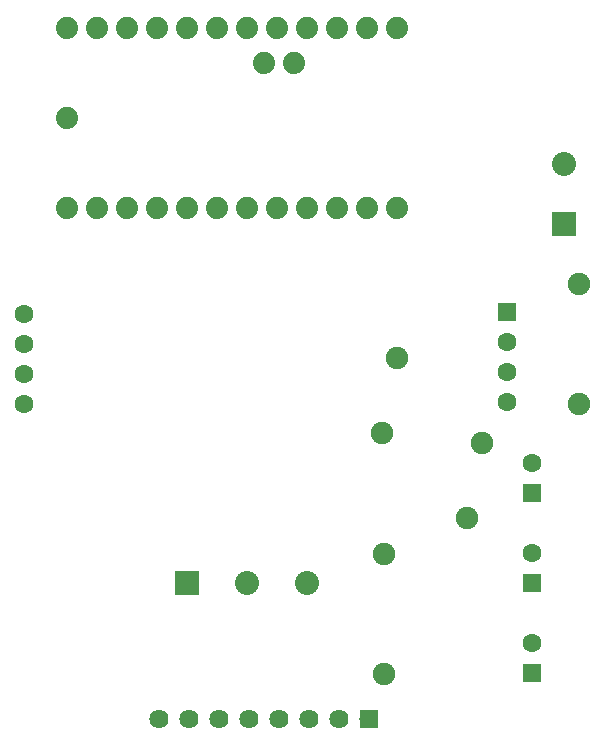
<source format=gbl>
G04 MADE WITH FRITZING*
G04 WWW.FRITZING.ORG*
G04 DOUBLE SIDED*
G04 HOLES PLATED*
G04 CONTOUR ON CENTER OF CONTOUR VECTOR*
%ASAXBY*%
%FSLAX23Y23*%
%MOIN*%
%OFA0B0*%
%SFA1.0B1.0*%
%ADD10C,0.074000*%
%ADD11C,0.062992*%
%ADD12C,0.080000*%
%ADD13C,0.064000*%
%ADD14C,0.075000*%
%ADD15R,0.062992X0.062992*%
%ADD16R,0.080000X0.080000*%
%ADD17R,0.064000X0.064000*%
%LNCOPPER0*%
G90*
G70*
G54D10*
X1844Y2506D03*
X1744Y2506D03*
X1644Y2506D03*
X1544Y2506D03*
X1444Y2506D03*
X1499Y2391D03*
X1399Y2391D03*
X1344Y2506D03*
X1244Y2506D03*
X1144Y2506D03*
X1044Y2506D03*
X944Y2506D03*
X844Y2506D03*
X744Y2506D03*
X744Y1906D03*
X844Y1906D03*
X944Y1906D03*
X1044Y1906D03*
X1144Y1906D03*
X1244Y1906D03*
X1344Y1906D03*
X1444Y1906D03*
X1544Y1906D03*
X1644Y1906D03*
X1744Y1906D03*
X1844Y1906D03*
X744Y2206D03*
X1844Y2506D03*
X1744Y2506D03*
X1644Y2506D03*
X1544Y2506D03*
X1444Y2506D03*
X1499Y2391D03*
X1399Y2391D03*
X1344Y2506D03*
X1244Y2506D03*
X1144Y2506D03*
X1044Y2506D03*
X944Y2506D03*
X844Y2506D03*
X744Y2506D03*
X744Y1906D03*
X844Y1906D03*
X944Y1906D03*
X1044Y1906D03*
X1144Y1906D03*
X1244Y1906D03*
X1344Y1906D03*
X1444Y1906D03*
X1544Y1906D03*
X1644Y1906D03*
X1744Y1906D03*
X1844Y1906D03*
X744Y2206D03*
G54D11*
X600Y1555D03*
X600Y1455D03*
X600Y1355D03*
X600Y1255D03*
X2211Y1562D03*
X2211Y1462D03*
X2211Y1362D03*
X2211Y1262D03*
X600Y1555D03*
X600Y1455D03*
X600Y1355D03*
X600Y1255D03*
X2211Y1562D03*
X2211Y1462D03*
X2211Y1362D03*
X2211Y1262D03*
X600Y1555D03*
X600Y1455D03*
X600Y1355D03*
X600Y1255D03*
X2211Y1562D03*
X2211Y1462D03*
X2211Y1362D03*
X2211Y1262D03*
G54D12*
X1144Y656D03*
X1344Y656D03*
X1544Y656D03*
X1144Y656D03*
X1344Y656D03*
X1544Y656D03*
X2400Y1855D03*
X2400Y2055D03*
X2400Y1855D03*
X2400Y2055D03*
G54D13*
X1750Y205D03*
X1650Y205D03*
X1550Y205D03*
X1450Y205D03*
X1350Y205D03*
X1250Y205D03*
X1150Y205D03*
X1050Y205D03*
G54D11*
X2294Y357D03*
X2294Y456D03*
X2294Y657D03*
X2294Y756D03*
X2294Y957D03*
X2294Y1056D03*
G54D14*
X2450Y1655D03*
X2450Y1255D03*
X1800Y355D03*
X1800Y755D03*
X2127Y1123D03*
X1844Y1406D03*
X2077Y873D03*
X1794Y1156D03*
G54D15*
X2211Y1562D03*
X2211Y1562D03*
X2211Y1562D03*
G54D16*
X1144Y656D03*
X1144Y656D03*
X2400Y1855D03*
X2400Y1855D03*
G54D17*
X1750Y205D03*
G54D15*
X2294Y357D03*
X2294Y657D03*
X2294Y957D03*
G04 End of Copper0*
M02*
</source>
